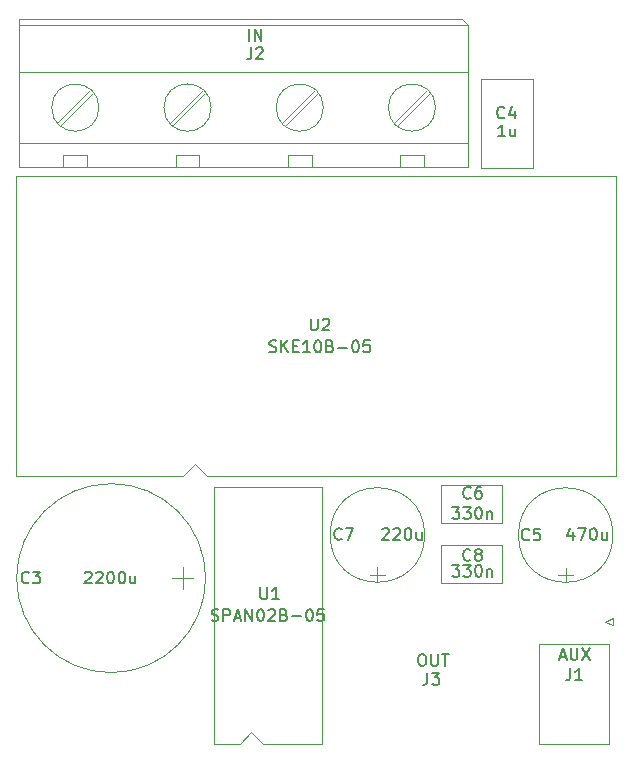
<source format=gbr>
G04 #@! TF.GenerationSoftware,KiCad,Pcbnew,(5.99.0-576-ga860ac506)*
G04 #@! TF.CreationDate,2021-04-05T16:40:01+02:00*
G04 #@! TF.ProjectId,8 Inch Floppy Power Supply,3820496e-6368-4204-966c-6f7070792050,rev?*
G04 #@! TF.SameCoordinates,Original*
G04 #@! TF.FileFunction,AssemblyDrawing,Top*
%FSLAX46Y46*%
G04 Gerber Fmt 4.6, Leading zero omitted, Abs format (unit mm)*
G04 Created by KiCad (PCBNEW (5.99.0-576-ga860ac506)) date 2021-04-05 16:40:01*
%MOMM*%
%LPD*%
G04 APERTURE LIST*
%ADD10C,0.100000*%
%ADD11C,0.150000*%
G04 APERTURE END LIST*
D10*
X66279000Y-67647500D02*
X67579000Y-67647500D01*
X66929000Y-68247500D02*
X66929000Y-67047500D01*
X70929000Y-64297500D02*
G75*
G03*
X70929000Y-64297500I-4000000J0D01*
G01*
X70617500Y-82008000D02*
X70617500Y-73548000D01*
X70617500Y-73548000D02*
X64677500Y-73548000D01*
X64677500Y-73548000D02*
X64677500Y-82008000D01*
X64677500Y-82008000D02*
X70617500Y-82008000D01*
X70297500Y-71628000D02*
X70897500Y-71328000D01*
X70897500Y-71328000D02*
X70897500Y-71928000D01*
X70897500Y-71928000D02*
X70297500Y-71628000D01*
X43411500Y-33107000D02*
X45411500Y-33107000D01*
X43411500Y-32107000D02*
X43411500Y-33107000D01*
X45411500Y-32107000D02*
X43411500Y-32107000D01*
X45411500Y-33107000D02*
X45411500Y-32107000D01*
X43138500Y-29624000D02*
X45927500Y-26834000D01*
X42894500Y-29380000D02*
X45683500Y-26590000D01*
X52911500Y-33107000D02*
X54911500Y-33107000D01*
X52911500Y-32107000D02*
X52911500Y-33107000D01*
X54911500Y-32107000D02*
X52911500Y-32107000D01*
X54911500Y-33107000D02*
X54911500Y-32107000D01*
X52638500Y-29624000D02*
X55428500Y-26834000D01*
X52394500Y-29380000D02*
X55184500Y-26590000D01*
X58671500Y-31107000D02*
X20631500Y-31107000D01*
X58671500Y-25107000D02*
X20631500Y-25107000D01*
X58671500Y-21107000D02*
X20631500Y-21107000D01*
X58671500Y-21107000D02*
X58671500Y-33107000D01*
X58171500Y-20607000D02*
X58671500Y-21107000D01*
X20631500Y-20607000D02*
X58171500Y-20607000D01*
X20631500Y-33107000D02*
X20631500Y-20607000D01*
X58671500Y-33107000D02*
X20631500Y-33107000D01*
X46411500Y-28107000D02*
G75*
G03*
X46411500Y-28107000I-2000000J0D01*
G01*
X55911500Y-28107000D02*
G75*
G03*
X55911500Y-28107000I-2000000J0D01*
G01*
X33638500Y-29624000D02*
X36427500Y-26834000D01*
X35911500Y-33107000D02*
X35911500Y-32107000D01*
X33394500Y-29380000D02*
X36183500Y-26590000D01*
X35911500Y-32107000D02*
X33911500Y-32107000D01*
X33911500Y-32107000D02*
X33911500Y-33107000D01*
X33911500Y-33107000D02*
X35911500Y-33107000D01*
X36911500Y-28107000D02*
G75*
G03*
X36911500Y-28107000I-2000000J0D01*
G01*
X24138500Y-29624000D02*
X26927500Y-26834000D01*
X26411500Y-33107000D02*
X26411500Y-32107000D01*
X23894500Y-29380000D02*
X26683500Y-26590000D01*
X26411500Y-32107000D02*
X24411500Y-32107000D01*
X24411500Y-32107000D02*
X24411500Y-33107000D01*
X24411500Y-33107000D02*
X26411500Y-33107000D01*
X27411500Y-28107000D02*
G75*
G03*
X27411500Y-28107000I-2000000J0D01*
G01*
X54990500Y-64290000D02*
G75*
G03*
X54990500Y-64290000I-4000000J0D01*
G01*
X50990500Y-68240000D02*
X50990500Y-67040000D01*
X50340500Y-67640000D02*
X51640500Y-67640000D01*
X36560000Y-59269000D02*
X35560000Y-58269000D01*
X35560000Y-58269000D02*
X34560000Y-59269000D01*
X34560000Y-59269000D02*
X20360000Y-59269000D01*
X71160000Y-33909000D02*
X20360000Y-33909000D01*
X71160000Y-59269000D02*
X71160000Y-33909000D01*
X36560000Y-59269000D02*
X71160000Y-59269000D01*
X20360000Y-33909000D02*
X20360000Y-59269000D01*
X41322500Y-82010000D02*
X46322500Y-82010000D01*
X37122500Y-60210000D02*
X37122500Y-82010000D01*
X37122500Y-60210000D02*
X46322500Y-60210000D01*
X46322500Y-60210000D02*
X46322500Y-82010000D01*
X37122500Y-82010000D02*
X39322500Y-82010000D01*
X39322500Y-82010000D02*
X40322500Y-81010000D01*
X41322500Y-82010000D02*
X40322500Y-81010000D01*
X56401500Y-65138500D02*
X56401500Y-68338500D01*
X56401500Y-68338500D02*
X61501500Y-68338500D01*
X61501500Y-68338500D02*
X61501500Y-65138500D01*
X61501500Y-65138500D02*
X56401500Y-65138500D01*
X61501500Y-60058500D02*
X56401500Y-60058500D01*
X61501500Y-63258500D02*
X61501500Y-60058500D01*
X56401500Y-63258500D02*
X61501500Y-63258500D01*
X56401500Y-60058500D02*
X56401500Y-63258500D01*
X59776000Y-25690500D02*
X59776000Y-33190500D01*
X64176000Y-25690500D02*
X59776000Y-25690500D01*
X64176000Y-33190500D02*
X64176000Y-25690500D01*
X59776000Y-33190500D02*
X64176000Y-33190500D01*
X34494500Y-68845000D02*
X34494500Y-67045000D01*
X35394500Y-67945000D02*
X33594500Y-67945000D01*
X36444500Y-67945000D02*
G75*
G03*
X36444500Y-67945000I-8000000J0D01*
G01*
D11*
X67556214Y-64047714D02*
X67556214Y-64714380D01*
X67318119Y-63666761D02*
X67080023Y-64381047D01*
X67699071Y-64381047D01*
X67984785Y-63714380D02*
X68651452Y-63714380D01*
X68222880Y-64714380D01*
X69222880Y-63714380D02*
X69318119Y-63714380D01*
X69413357Y-63762000D01*
X69460976Y-63809619D01*
X69508595Y-63904857D01*
X69556214Y-64095333D01*
X69556214Y-64333428D01*
X69508595Y-64523904D01*
X69460976Y-64619142D01*
X69413357Y-64666761D01*
X69318119Y-64714380D01*
X69222880Y-64714380D01*
X69127642Y-64666761D01*
X69080023Y-64619142D01*
X69032404Y-64523904D01*
X68984785Y-64333428D01*
X68984785Y-64095333D01*
X69032404Y-63904857D01*
X69080023Y-63809619D01*
X69127642Y-63762000D01*
X69222880Y-63714380D01*
X70413357Y-64047714D02*
X70413357Y-64714380D01*
X69984785Y-64047714D02*
X69984785Y-64571523D01*
X70032404Y-64666761D01*
X70127642Y-64714380D01*
X70270500Y-64714380D01*
X70365738Y-64666761D01*
X70413357Y-64619142D01*
X63841333Y-64654642D02*
X63793714Y-64702261D01*
X63650857Y-64749880D01*
X63555619Y-64749880D01*
X63412761Y-64702261D01*
X63317523Y-64607023D01*
X63269904Y-64511785D01*
X63222285Y-64321309D01*
X63222285Y-64178452D01*
X63269904Y-63987976D01*
X63317523Y-63892738D01*
X63412761Y-63797500D01*
X63555619Y-63749880D01*
X63650857Y-63749880D01*
X63793714Y-63797500D01*
X63841333Y-63845119D01*
X64746095Y-63749880D02*
X64269904Y-63749880D01*
X64222285Y-64226071D01*
X64269904Y-64178452D01*
X64365142Y-64130833D01*
X64603238Y-64130833D01*
X64698476Y-64178452D01*
X64746095Y-64226071D01*
X64793714Y-64321309D01*
X64793714Y-64559404D01*
X64746095Y-64654642D01*
X64698476Y-64702261D01*
X64603238Y-64749880D01*
X64365142Y-64749880D01*
X64269904Y-64702261D01*
X64222285Y-64654642D01*
X66452904Y-74588666D02*
X66929095Y-74588666D01*
X66357666Y-74874380D02*
X66691000Y-73874380D01*
X67024333Y-74874380D01*
X67357666Y-73874380D02*
X67357666Y-74683904D01*
X67405285Y-74779142D01*
X67452904Y-74826761D01*
X67548142Y-74874380D01*
X67738619Y-74874380D01*
X67833857Y-74826761D01*
X67881476Y-74779142D01*
X67929095Y-74683904D01*
X67929095Y-73874380D01*
X68310047Y-73874380D02*
X68976714Y-74874380D01*
X68976714Y-73874380D02*
X68310047Y-74874380D01*
X67314166Y-75580380D02*
X67314166Y-76294666D01*
X67266547Y-76437523D01*
X67171309Y-76532761D01*
X67028452Y-76580380D01*
X66933214Y-76580380D01*
X68314166Y-76580380D02*
X67742738Y-76580380D01*
X68028452Y-76580380D02*
X68028452Y-75580380D01*
X67933214Y-75723238D01*
X67837976Y-75818476D01*
X67742738Y-75866095D01*
X40116190Y-22486880D02*
X40116190Y-21486880D01*
X40592380Y-22486880D02*
X40592380Y-21486880D01*
X41163809Y-22486880D01*
X41163809Y-21486880D01*
X40306666Y-23010880D02*
X40306666Y-23725166D01*
X40259047Y-23868023D01*
X40163809Y-23963261D01*
X40020952Y-24010880D01*
X39925714Y-24010880D01*
X40735238Y-23106119D02*
X40782857Y-23058500D01*
X40878095Y-23010880D01*
X41116190Y-23010880D01*
X41211428Y-23058500D01*
X41259047Y-23106119D01*
X41306666Y-23201357D01*
X41306666Y-23296595D01*
X41259047Y-23439452D01*
X40687619Y-24010880D01*
X41306666Y-24010880D01*
X51395523Y-63809619D02*
X51443142Y-63762000D01*
X51538380Y-63714380D01*
X51776476Y-63714380D01*
X51871714Y-63762000D01*
X51919333Y-63809619D01*
X51966952Y-63904857D01*
X51966952Y-64000095D01*
X51919333Y-64142952D01*
X51347904Y-64714380D01*
X51966952Y-64714380D01*
X52347904Y-63809619D02*
X52395523Y-63762000D01*
X52490761Y-63714380D01*
X52728857Y-63714380D01*
X52824095Y-63762000D01*
X52871714Y-63809619D01*
X52919333Y-63904857D01*
X52919333Y-64000095D01*
X52871714Y-64142952D01*
X52300285Y-64714380D01*
X52919333Y-64714380D01*
X53538380Y-63714380D02*
X53633619Y-63714380D01*
X53728857Y-63762000D01*
X53776476Y-63809619D01*
X53824095Y-63904857D01*
X53871714Y-64095333D01*
X53871714Y-64333428D01*
X53824095Y-64523904D01*
X53776476Y-64619142D01*
X53728857Y-64666761D01*
X53633619Y-64714380D01*
X53538380Y-64714380D01*
X53443142Y-64666761D01*
X53395523Y-64619142D01*
X53347904Y-64523904D01*
X53300285Y-64333428D01*
X53300285Y-64095333D01*
X53347904Y-63904857D01*
X53395523Y-63809619D01*
X53443142Y-63762000D01*
X53538380Y-63714380D01*
X54728857Y-64047714D02*
X54728857Y-64714380D01*
X54300285Y-64047714D02*
X54300285Y-64571523D01*
X54347904Y-64666761D01*
X54443142Y-64714380D01*
X54586000Y-64714380D01*
X54681238Y-64666761D01*
X54728857Y-64619142D01*
X47966333Y-64619142D02*
X47918714Y-64666761D01*
X47775857Y-64714380D01*
X47680619Y-64714380D01*
X47537761Y-64666761D01*
X47442523Y-64571523D01*
X47394904Y-64476285D01*
X47347285Y-64285809D01*
X47347285Y-64142952D01*
X47394904Y-63952476D01*
X47442523Y-63857238D01*
X47537761Y-63762000D01*
X47680619Y-63714380D01*
X47775857Y-63714380D01*
X47918714Y-63762000D01*
X47966333Y-63809619D01*
X48299666Y-63714380D02*
X48966333Y-63714380D01*
X48537761Y-64714380D01*
X41851595Y-48769261D02*
X41994452Y-48816880D01*
X42232547Y-48816880D01*
X42327785Y-48769261D01*
X42375404Y-48721642D01*
X42423023Y-48626404D01*
X42423023Y-48531166D01*
X42375404Y-48435928D01*
X42327785Y-48388309D01*
X42232547Y-48340690D01*
X42042071Y-48293071D01*
X41946833Y-48245452D01*
X41899214Y-48197833D01*
X41851595Y-48102595D01*
X41851595Y-48007357D01*
X41899214Y-47912119D01*
X41946833Y-47864500D01*
X42042071Y-47816880D01*
X42280166Y-47816880D01*
X42423023Y-47864500D01*
X42851595Y-48816880D02*
X42851595Y-47816880D01*
X43423023Y-48816880D02*
X42994452Y-48245452D01*
X43423023Y-47816880D02*
X42851595Y-48388309D01*
X43851595Y-48293071D02*
X44184928Y-48293071D01*
X44327785Y-48816880D02*
X43851595Y-48816880D01*
X43851595Y-47816880D01*
X44327785Y-47816880D01*
X45280166Y-48816880D02*
X44708738Y-48816880D01*
X44994452Y-48816880D02*
X44994452Y-47816880D01*
X44899214Y-47959738D01*
X44803976Y-48054976D01*
X44708738Y-48102595D01*
X45899214Y-47816880D02*
X45994452Y-47816880D01*
X46089690Y-47864500D01*
X46137309Y-47912119D01*
X46184928Y-48007357D01*
X46232547Y-48197833D01*
X46232547Y-48435928D01*
X46184928Y-48626404D01*
X46137309Y-48721642D01*
X46089690Y-48769261D01*
X45994452Y-48816880D01*
X45899214Y-48816880D01*
X45803976Y-48769261D01*
X45756357Y-48721642D01*
X45708738Y-48626404D01*
X45661119Y-48435928D01*
X45661119Y-48197833D01*
X45708738Y-48007357D01*
X45756357Y-47912119D01*
X45803976Y-47864500D01*
X45899214Y-47816880D01*
X46994452Y-48293071D02*
X47137309Y-48340690D01*
X47184928Y-48388309D01*
X47232547Y-48483547D01*
X47232547Y-48626404D01*
X47184928Y-48721642D01*
X47137309Y-48769261D01*
X47042071Y-48816880D01*
X46661119Y-48816880D01*
X46661119Y-47816880D01*
X46994452Y-47816880D01*
X47089690Y-47864500D01*
X47137309Y-47912119D01*
X47184928Y-48007357D01*
X47184928Y-48102595D01*
X47137309Y-48197833D01*
X47089690Y-48245452D01*
X46994452Y-48293071D01*
X46661119Y-48293071D01*
X47661119Y-48435928D02*
X48423023Y-48435928D01*
X49089690Y-47816880D02*
X49184928Y-47816880D01*
X49280166Y-47864500D01*
X49327785Y-47912119D01*
X49375404Y-48007357D01*
X49423023Y-48197833D01*
X49423023Y-48435928D01*
X49375404Y-48626404D01*
X49327785Y-48721642D01*
X49280166Y-48769261D01*
X49184928Y-48816880D01*
X49089690Y-48816880D01*
X48994452Y-48769261D01*
X48946833Y-48721642D01*
X48899214Y-48626404D01*
X48851595Y-48435928D01*
X48851595Y-48197833D01*
X48899214Y-48007357D01*
X48946833Y-47912119D01*
X48994452Y-47864500D01*
X49089690Y-47816880D01*
X50327785Y-47816880D02*
X49851595Y-47816880D01*
X49803976Y-48293071D01*
X49851595Y-48245452D01*
X49946833Y-48197833D01*
X50184928Y-48197833D01*
X50280166Y-48245452D01*
X50327785Y-48293071D01*
X50375404Y-48388309D01*
X50375404Y-48626404D01*
X50327785Y-48721642D01*
X50280166Y-48769261D01*
X50184928Y-48816880D01*
X49946833Y-48816880D01*
X49851595Y-48769261D01*
X49803976Y-48721642D01*
X45351595Y-45975380D02*
X45351595Y-46784904D01*
X45399214Y-46880142D01*
X45446833Y-46927761D01*
X45542071Y-46975380D01*
X45732547Y-46975380D01*
X45827785Y-46927761D01*
X45875404Y-46880142D01*
X45923023Y-46784904D01*
X45923023Y-45975380D01*
X46351595Y-46070619D02*
X46399214Y-46023000D01*
X46494452Y-45975380D01*
X46732547Y-45975380D01*
X46827785Y-46023000D01*
X46875404Y-46070619D01*
X46923023Y-46165857D01*
X46923023Y-46261095D01*
X46875404Y-46403952D01*
X46303976Y-46975380D01*
X46923023Y-46975380D01*
X36957595Y-71524761D02*
X37100452Y-71572380D01*
X37338547Y-71572380D01*
X37433785Y-71524761D01*
X37481404Y-71477142D01*
X37529023Y-71381904D01*
X37529023Y-71286666D01*
X37481404Y-71191428D01*
X37433785Y-71143809D01*
X37338547Y-71096190D01*
X37148071Y-71048571D01*
X37052833Y-71000952D01*
X37005214Y-70953333D01*
X36957595Y-70858095D01*
X36957595Y-70762857D01*
X37005214Y-70667619D01*
X37052833Y-70620000D01*
X37148071Y-70572380D01*
X37386166Y-70572380D01*
X37529023Y-70620000D01*
X37957595Y-71572380D02*
X37957595Y-70572380D01*
X38338547Y-70572380D01*
X38433785Y-70620000D01*
X38481404Y-70667619D01*
X38529023Y-70762857D01*
X38529023Y-70905714D01*
X38481404Y-71000952D01*
X38433785Y-71048571D01*
X38338547Y-71096190D01*
X37957595Y-71096190D01*
X38909976Y-71286666D02*
X39386166Y-71286666D01*
X38814738Y-71572380D02*
X39148071Y-70572380D01*
X39481404Y-71572380D01*
X39814738Y-71572380D02*
X39814738Y-70572380D01*
X40386166Y-71572380D01*
X40386166Y-70572380D01*
X41052833Y-70572380D02*
X41148071Y-70572380D01*
X41243309Y-70620000D01*
X41290928Y-70667619D01*
X41338547Y-70762857D01*
X41386166Y-70953333D01*
X41386166Y-71191428D01*
X41338547Y-71381904D01*
X41290928Y-71477142D01*
X41243309Y-71524761D01*
X41148071Y-71572380D01*
X41052833Y-71572380D01*
X40957595Y-71524761D01*
X40909976Y-71477142D01*
X40862357Y-71381904D01*
X40814738Y-71191428D01*
X40814738Y-70953333D01*
X40862357Y-70762857D01*
X40909976Y-70667619D01*
X40957595Y-70620000D01*
X41052833Y-70572380D01*
X41767119Y-70667619D02*
X41814738Y-70620000D01*
X41909976Y-70572380D01*
X42148071Y-70572380D01*
X42243309Y-70620000D01*
X42290928Y-70667619D01*
X42338547Y-70762857D01*
X42338547Y-70858095D01*
X42290928Y-71000952D01*
X41719500Y-71572380D01*
X42338547Y-71572380D01*
X43100452Y-71048571D02*
X43243309Y-71096190D01*
X43290928Y-71143809D01*
X43338547Y-71239047D01*
X43338547Y-71381904D01*
X43290928Y-71477142D01*
X43243309Y-71524761D01*
X43148071Y-71572380D01*
X42767119Y-71572380D01*
X42767119Y-70572380D01*
X43100452Y-70572380D01*
X43195690Y-70620000D01*
X43243309Y-70667619D01*
X43290928Y-70762857D01*
X43290928Y-70858095D01*
X43243309Y-70953333D01*
X43195690Y-71000952D01*
X43100452Y-71048571D01*
X42767119Y-71048571D01*
X43767119Y-71191428D02*
X44529023Y-71191428D01*
X45195690Y-70572380D02*
X45290928Y-70572380D01*
X45386166Y-70620000D01*
X45433785Y-70667619D01*
X45481404Y-70762857D01*
X45529023Y-70953333D01*
X45529023Y-71191428D01*
X45481404Y-71381904D01*
X45433785Y-71477142D01*
X45386166Y-71524761D01*
X45290928Y-71572380D01*
X45195690Y-71572380D01*
X45100452Y-71524761D01*
X45052833Y-71477142D01*
X45005214Y-71381904D01*
X44957595Y-71191428D01*
X44957595Y-70953333D01*
X45005214Y-70762857D01*
X45052833Y-70667619D01*
X45100452Y-70620000D01*
X45195690Y-70572380D01*
X46433785Y-70572380D02*
X45957595Y-70572380D01*
X45909976Y-71048571D01*
X45957595Y-71000952D01*
X46052833Y-70953333D01*
X46290928Y-70953333D01*
X46386166Y-71000952D01*
X46433785Y-71048571D01*
X46481404Y-71143809D01*
X46481404Y-71381904D01*
X46433785Y-71477142D01*
X46386166Y-71524761D01*
X46290928Y-71572380D01*
X46052833Y-71572380D01*
X45957595Y-71524761D01*
X45909976Y-71477142D01*
X41084595Y-68730880D02*
X41084595Y-69540404D01*
X41132214Y-69635642D01*
X41179833Y-69683261D01*
X41275071Y-69730880D01*
X41465547Y-69730880D01*
X41560785Y-69683261D01*
X41608404Y-69635642D01*
X41656023Y-69540404D01*
X41656023Y-68730880D01*
X42656023Y-69730880D02*
X42084595Y-69730880D01*
X42370309Y-69730880D02*
X42370309Y-68730880D01*
X42275071Y-68873738D01*
X42179833Y-68968976D01*
X42084595Y-69016595D01*
X57316904Y-66825880D02*
X57935952Y-66825880D01*
X57602619Y-67206833D01*
X57745476Y-67206833D01*
X57840714Y-67254452D01*
X57888333Y-67302071D01*
X57935952Y-67397309D01*
X57935952Y-67635404D01*
X57888333Y-67730642D01*
X57840714Y-67778261D01*
X57745476Y-67825880D01*
X57459761Y-67825880D01*
X57364523Y-67778261D01*
X57316904Y-67730642D01*
X58269285Y-66825880D02*
X58888333Y-66825880D01*
X58555000Y-67206833D01*
X58697857Y-67206833D01*
X58793095Y-67254452D01*
X58840714Y-67302071D01*
X58888333Y-67397309D01*
X58888333Y-67635404D01*
X58840714Y-67730642D01*
X58793095Y-67778261D01*
X58697857Y-67825880D01*
X58412142Y-67825880D01*
X58316904Y-67778261D01*
X58269285Y-67730642D01*
X59507380Y-66825880D02*
X59602619Y-66825880D01*
X59697857Y-66873500D01*
X59745476Y-66921119D01*
X59793095Y-67016357D01*
X59840714Y-67206833D01*
X59840714Y-67444928D01*
X59793095Y-67635404D01*
X59745476Y-67730642D01*
X59697857Y-67778261D01*
X59602619Y-67825880D01*
X59507380Y-67825880D01*
X59412142Y-67778261D01*
X59364523Y-67730642D01*
X59316904Y-67635404D01*
X59269285Y-67444928D01*
X59269285Y-67206833D01*
X59316904Y-67016357D01*
X59364523Y-66921119D01*
X59412142Y-66873500D01*
X59507380Y-66825880D01*
X60269285Y-67159214D02*
X60269285Y-67825880D01*
X60269285Y-67254452D02*
X60316904Y-67206833D01*
X60412142Y-67159214D01*
X60555000Y-67159214D01*
X60650238Y-67206833D01*
X60697857Y-67302071D01*
X60697857Y-67825880D01*
X58871833Y-66397142D02*
X58824214Y-66444761D01*
X58681357Y-66492380D01*
X58586119Y-66492380D01*
X58443261Y-66444761D01*
X58348023Y-66349523D01*
X58300404Y-66254285D01*
X58252785Y-66063809D01*
X58252785Y-65920952D01*
X58300404Y-65730476D01*
X58348023Y-65635238D01*
X58443261Y-65540000D01*
X58586119Y-65492380D01*
X58681357Y-65492380D01*
X58824214Y-65540000D01*
X58871833Y-65587619D01*
X59443261Y-65920952D02*
X59348023Y-65873333D01*
X59300404Y-65825714D01*
X59252785Y-65730476D01*
X59252785Y-65682857D01*
X59300404Y-65587619D01*
X59348023Y-65540000D01*
X59443261Y-65492380D01*
X59633738Y-65492380D01*
X59728976Y-65540000D01*
X59776595Y-65587619D01*
X59824214Y-65682857D01*
X59824214Y-65730476D01*
X59776595Y-65825714D01*
X59728976Y-65873333D01*
X59633738Y-65920952D01*
X59443261Y-65920952D01*
X59348023Y-65968571D01*
X59300404Y-66016190D01*
X59252785Y-66111428D01*
X59252785Y-66301904D01*
X59300404Y-66397142D01*
X59348023Y-66444761D01*
X59443261Y-66492380D01*
X59633738Y-66492380D01*
X59728976Y-66444761D01*
X59776595Y-66397142D01*
X59824214Y-66301904D01*
X59824214Y-66111428D01*
X59776595Y-66016190D01*
X59728976Y-65968571D01*
X59633738Y-65920952D01*
X57316904Y-61936380D02*
X57935952Y-61936380D01*
X57602619Y-62317333D01*
X57745476Y-62317333D01*
X57840714Y-62364952D01*
X57888333Y-62412571D01*
X57935952Y-62507809D01*
X57935952Y-62745904D01*
X57888333Y-62841142D01*
X57840714Y-62888761D01*
X57745476Y-62936380D01*
X57459761Y-62936380D01*
X57364523Y-62888761D01*
X57316904Y-62841142D01*
X58269285Y-61936380D02*
X58888333Y-61936380D01*
X58555000Y-62317333D01*
X58697857Y-62317333D01*
X58793095Y-62364952D01*
X58840714Y-62412571D01*
X58888333Y-62507809D01*
X58888333Y-62745904D01*
X58840714Y-62841142D01*
X58793095Y-62888761D01*
X58697857Y-62936380D01*
X58412142Y-62936380D01*
X58316904Y-62888761D01*
X58269285Y-62841142D01*
X59507380Y-61936380D02*
X59602619Y-61936380D01*
X59697857Y-61984000D01*
X59745476Y-62031619D01*
X59793095Y-62126857D01*
X59840714Y-62317333D01*
X59840714Y-62555428D01*
X59793095Y-62745904D01*
X59745476Y-62841142D01*
X59697857Y-62888761D01*
X59602619Y-62936380D01*
X59507380Y-62936380D01*
X59412142Y-62888761D01*
X59364523Y-62841142D01*
X59316904Y-62745904D01*
X59269285Y-62555428D01*
X59269285Y-62317333D01*
X59316904Y-62126857D01*
X59364523Y-62031619D01*
X59412142Y-61984000D01*
X59507380Y-61936380D01*
X60269285Y-62269714D02*
X60269285Y-62936380D01*
X60269285Y-62364952D02*
X60316904Y-62317333D01*
X60412142Y-62269714D01*
X60555000Y-62269714D01*
X60650238Y-62317333D01*
X60697857Y-62412571D01*
X60697857Y-62936380D01*
X58888333Y-61126642D02*
X58840714Y-61174261D01*
X58697857Y-61221880D01*
X58602619Y-61221880D01*
X58459761Y-61174261D01*
X58364523Y-61079023D01*
X58316904Y-60983785D01*
X58269285Y-60793309D01*
X58269285Y-60650452D01*
X58316904Y-60459976D01*
X58364523Y-60364738D01*
X58459761Y-60269500D01*
X58602619Y-60221880D01*
X58697857Y-60221880D01*
X58840714Y-60269500D01*
X58888333Y-60317119D01*
X59745476Y-60221880D02*
X59555000Y-60221880D01*
X59459761Y-60269500D01*
X59412142Y-60317119D01*
X59316904Y-60459976D01*
X59269285Y-60650452D01*
X59269285Y-61031404D01*
X59316904Y-61126642D01*
X59364523Y-61174261D01*
X59459761Y-61221880D01*
X59650238Y-61221880D01*
X59745476Y-61174261D01*
X59793095Y-61126642D01*
X59840714Y-61031404D01*
X59840714Y-60793309D01*
X59793095Y-60698071D01*
X59745476Y-60650452D01*
X59650238Y-60602833D01*
X59459761Y-60602833D01*
X59364523Y-60650452D01*
X59316904Y-60698071D01*
X59269285Y-60793309D01*
X61809333Y-30551380D02*
X61237904Y-30551380D01*
X61523619Y-30551380D02*
X61523619Y-29551380D01*
X61428380Y-29694238D01*
X61333142Y-29789476D01*
X61237904Y-29837095D01*
X62666476Y-29884714D02*
X62666476Y-30551380D01*
X62237904Y-29884714D02*
X62237904Y-30408523D01*
X62285523Y-30503761D01*
X62380761Y-30551380D01*
X62523619Y-30551380D01*
X62618857Y-30503761D01*
X62666476Y-30456142D01*
X61745833Y-28932142D02*
X61698214Y-28979761D01*
X61555357Y-29027380D01*
X61460119Y-29027380D01*
X61317261Y-28979761D01*
X61222023Y-28884523D01*
X61174404Y-28789285D01*
X61126785Y-28598809D01*
X61126785Y-28455952D01*
X61174404Y-28265476D01*
X61222023Y-28170238D01*
X61317261Y-28075000D01*
X61460119Y-28027380D01*
X61555357Y-28027380D01*
X61698214Y-28075000D01*
X61745833Y-28122619D01*
X62602976Y-28360714D02*
X62602976Y-29027380D01*
X62364880Y-27979761D02*
X62126785Y-28694047D01*
X62745833Y-28694047D01*
X26217833Y-67492619D02*
X26265452Y-67445000D01*
X26360690Y-67397380D01*
X26598785Y-67397380D01*
X26694023Y-67445000D01*
X26741642Y-67492619D01*
X26789261Y-67587857D01*
X26789261Y-67683095D01*
X26741642Y-67825952D01*
X26170214Y-68397380D01*
X26789261Y-68397380D01*
X27170214Y-67492619D02*
X27217833Y-67445000D01*
X27313071Y-67397380D01*
X27551166Y-67397380D01*
X27646404Y-67445000D01*
X27694023Y-67492619D01*
X27741642Y-67587857D01*
X27741642Y-67683095D01*
X27694023Y-67825952D01*
X27122595Y-68397380D01*
X27741642Y-68397380D01*
X28360690Y-67397380D02*
X28455928Y-67397380D01*
X28551166Y-67445000D01*
X28598785Y-67492619D01*
X28646404Y-67587857D01*
X28694023Y-67778333D01*
X28694023Y-68016428D01*
X28646404Y-68206904D01*
X28598785Y-68302142D01*
X28551166Y-68349761D01*
X28455928Y-68397380D01*
X28360690Y-68397380D01*
X28265452Y-68349761D01*
X28217833Y-68302142D01*
X28170214Y-68206904D01*
X28122595Y-68016428D01*
X28122595Y-67778333D01*
X28170214Y-67587857D01*
X28217833Y-67492619D01*
X28265452Y-67445000D01*
X28360690Y-67397380D01*
X29313071Y-67397380D02*
X29408309Y-67397380D01*
X29503547Y-67445000D01*
X29551166Y-67492619D01*
X29598785Y-67587857D01*
X29646404Y-67778333D01*
X29646404Y-68016428D01*
X29598785Y-68206904D01*
X29551166Y-68302142D01*
X29503547Y-68349761D01*
X29408309Y-68397380D01*
X29313071Y-68397380D01*
X29217833Y-68349761D01*
X29170214Y-68302142D01*
X29122595Y-68206904D01*
X29074976Y-68016428D01*
X29074976Y-67778333D01*
X29122595Y-67587857D01*
X29170214Y-67492619D01*
X29217833Y-67445000D01*
X29313071Y-67397380D01*
X30503547Y-67730714D02*
X30503547Y-68397380D01*
X30074976Y-67730714D02*
X30074976Y-68254523D01*
X30122595Y-68349761D01*
X30217833Y-68397380D01*
X30360690Y-68397380D01*
X30455928Y-68349761D01*
X30503547Y-68302142D01*
X21486833Y-68302142D02*
X21439214Y-68349761D01*
X21296357Y-68397380D01*
X21201119Y-68397380D01*
X21058261Y-68349761D01*
X20963023Y-68254523D01*
X20915404Y-68159285D01*
X20867785Y-67968809D01*
X20867785Y-67825952D01*
X20915404Y-67635476D01*
X20963023Y-67540238D01*
X21058261Y-67445000D01*
X21201119Y-67397380D01*
X21296357Y-67397380D01*
X21439214Y-67445000D01*
X21486833Y-67492619D01*
X21820166Y-67397380D02*
X22439214Y-67397380D01*
X22105880Y-67778333D01*
X22248738Y-67778333D01*
X22343976Y-67825952D01*
X22391595Y-67873571D01*
X22439214Y-67968809D01*
X22439214Y-68206904D01*
X22391595Y-68302142D01*
X22343976Y-68349761D01*
X22248738Y-68397380D01*
X21963023Y-68397380D01*
X21867785Y-68349761D01*
X21820166Y-68302142D01*
X54689500Y-74382380D02*
X54879976Y-74382380D01*
X54975214Y-74430000D01*
X55070452Y-74525238D01*
X55118071Y-74715714D01*
X55118071Y-75049047D01*
X55070452Y-75239523D01*
X54975214Y-75334761D01*
X54879976Y-75382380D01*
X54689500Y-75382380D01*
X54594261Y-75334761D01*
X54499023Y-75239523D01*
X54451404Y-75049047D01*
X54451404Y-74715714D01*
X54499023Y-74525238D01*
X54594261Y-74430000D01*
X54689500Y-74382380D01*
X55546642Y-74382380D02*
X55546642Y-75191904D01*
X55594261Y-75287142D01*
X55641880Y-75334761D01*
X55737119Y-75382380D01*
X55927595Y-75382380D01*
X56022833Y-75334761D01*
X56070452Y-75287142D01*
X56118071Y-75191904D01*
X56118071Y-74382380D01*
X56451404Y-74382380D02*
X57022833Y-74382380D01*
X56737119Y-75382380D02*
X56737119Y-74382380D01*
X55229166Y-75969880D02*
X55229166Y-76684166D01*
X55181547Y-76827023D01*
X55086309Y-76922261D01*
X54943452Y-76969880D01*
X54848214Y-76969880D01*
X55610119Y-75969880D02*
X56229166Y-75969880D01*
X55895833Y-76350833D01*
X56038690Y-76350833D01*
X56133928Y-76398452D01*
X56181547Y-76446071D01*
X56229166Y-76541309D01*
X56229166Y-76779404D01*
X56181547Y-76874642D01*
X56133928Y-76922261D01*
X56038690Y-76969880D01*
X55752976Y-76969880D01*
X55657738Y-76922261D01*
X55610119Y-76874642D01*
M02*

</source>
